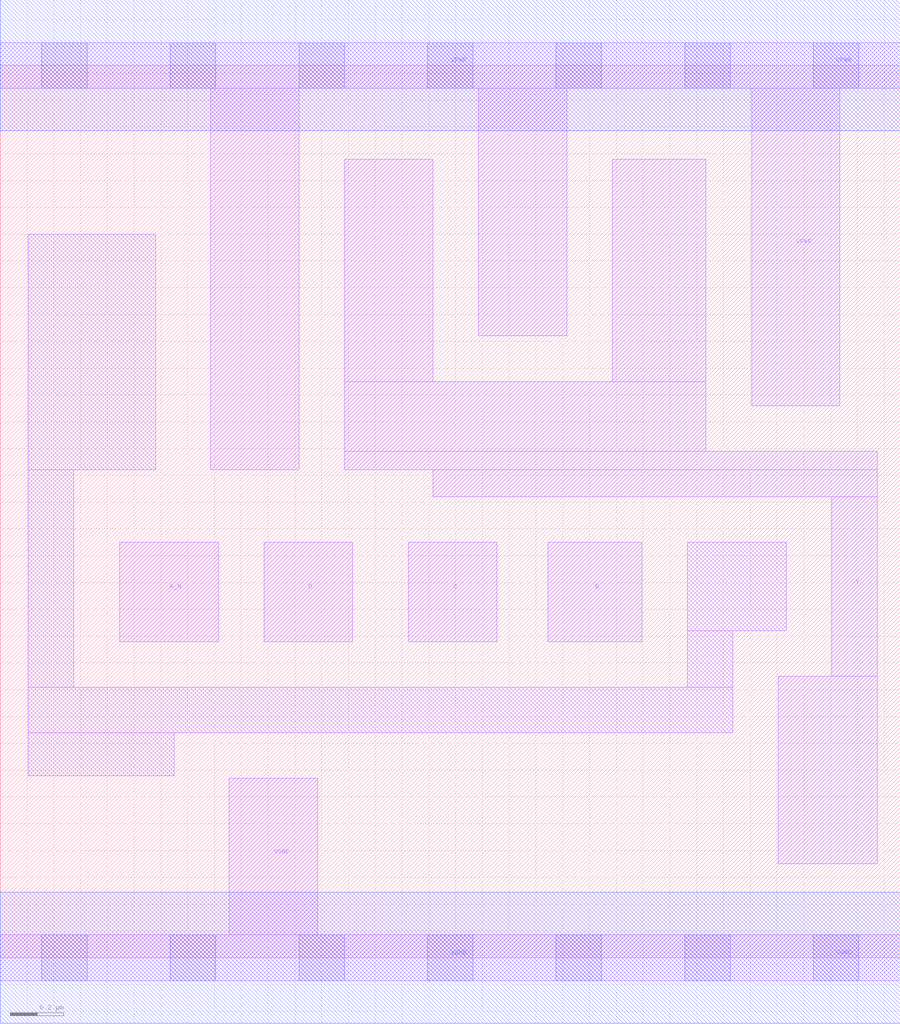
<source format=lef>
# Copyright 2020 The SkyWater PDK Authors
#
# Licensed under the Apache License, Version 2.0 (the "License");
# you may not use this file except in compliance with the License.
# You may obtain a copy of the License at
#
#     https://www.apache.org/licenses/LICENSE-2.0
#
# Unless required by applicable law or agreed to in writing, software
# distributed under the License is distributed on an "AS IS" BASIS,
# WITHOUT WARRANTIES OR CONDITIONS OF ANY KIND, either express or implied.
# See the License for the specific language governing permissions and
# limitations under the License.
#
# SPDX-License-Identifier: Apache-2.0

VERSION 5.7 ;
  NAMESCASESENSITIVE ON ;
  NOWIREEXTENSIONATPIN ON ;
  DIVIDERCHAR "/" ;
  BUSBITCHARS "[]" ;
UNITS
  DATABASE MICRONS 200 ;
END UNITS
MACRO sky130_fd_sc_ls__nand4b_1
  CLASS CORE ;
  SOURCE USER ;
  FOREIGN sky130_fd_sc_ls__nand4b_1 ;
  ORIGIN  0.000000  0.000000 ;
  SIZE  3.360000 BY  3.330000 ;
  SYMMETRY X Y ;
  SITE unit ;
  PIN A_N
    ANTENNAGATEAREA  0.208500 ;
    DIRECTION INPUT ;
    USE SIGNAL ;
    PORT
      LAYER li1 ;
        RECT 0.445000 1.180000 0.815000 1.550000 ;
    END
  END A_N
  PIN B
    ANTENNAGATEAREA  0.279000 ;
    DIRECTION INPUT ;
    USE SIGNAL ;
    PORT
      LAYER li1 ;
        RECT 2.045000 1.180000 2.395000 1.550000 ;
    END
  END B
  PIN C
    ANTENNAGATEAREA  0.279000 ;
    DIRECTION INPUT ;
    USE SIGNAL ;
    PORT
      LAYER li1 ;
        RECT 1.525000 1.180000 1.855000 1.550000 ;
    END
  END C
  PIN D
    ANTENNAGATEAREA  0.279000 ;
    DIRECTION INPUT ;
    USE SIGNAL ;
    PORT
      LAYER li1 ;
        RECT 0.985000 1.180000 1.315000 1.550000 ;
    END
  END D
  PIN Y
    ANTENNADIFFAREA  1.012400 ;
    DIRECTION OUTPUT ;
    USE SIGNAL ;
    PORT
      LAYER li1 ;
        RECT 1.285000 1.820000 3.275000 1.890000 ;
        RECT 1.285000 1.890000 2.635000 2.150000 ;
        RECT 1.285000 2.150000 1.615000 2.980000 ;
        RECT 1.615000 1.720000 3.275000 1.820000 ;
        RECT 2.285000 2.150000 2.635000 2.980000 ;
        RECT 2.905000 0.350000 3.275000 1.050000 ;
        RECT 3.105000 1.050000 3.275000 1.720000 ;
    END
  END Y
  PIN VGND
    DIRECTION INOUT ;
    SHAPE ABUTMENT ;
    USE GROUND ;
    PORT
      LAYER li1 ;
        RECT 0.000000 -0.085000 3.360000 0.085000 ;
        RECT 0.855000  0.085000 1.185000 0.670000 ;
      LAYER mcon ;
        RECT 0.155000 -0.085000 0.325000 0.085000 ;
        RECT 0.635000 -0.085000 0.805000 0.085000 ;
        RECT 1.115000 -0.085000 1.285000 0.085000 ;
        RECT 1.595000 -0.085000 1.765000 0.085000 ;
        RECT 2.075000 -0.085000 2.245000 0.085000 ;
        RECT 2.555000 -0.085000 2.725000 0.085000 ;
        RECT 3.035000 -0.085000 3.205000 0.085000 ;
      LAYER met1 ;
        RECT 0.000000 -0.245000 3.360000 0.245000 ;
    END
  END VGND
  PIN VPWR
    DIRECTION INOUT ;
    SHAPE ABUTMENT ;
    USE POWER ;
    PORT
      LAYER li1 ;
        RECT 0.000000 3.245000 3.360000 3.415000 ;
        RECT 0.785000 1.820000 1.115000 3.245000 ;
        RECT 1.785000 2.320000 2.115000 3.245000 ;
        RECT 2.805000 2.060000 3.135000 3.245000 ;
      LAYER mcon ;
        RECT 0.155000 3.245000 0.325000 3.415000 ;
        RECT 0.635000 3.245000 0.805000 3.415000 ;
        RECT 1.115000 3.245000 1.285000 3.415000 ;
        RECT 1.595000 3.245000 1.765000 3.415000 ;
        RECT 2.075000 3.245000 2.245000 3.415000 ;
        RECT 2.555000 3.245000 2.725000 3.415000 ;
        RECT 3.035000 3.245000 3.205000 3.415000 ;
      LAYER met1 ;
        RECT 0.000000 3.085000 3.360000 3.575000 ;
    END
  END VPWR
  OBS
    LAYER li1 ;
      RECT 0.105000 0.680000 0.650000 0.840000 ;
      RECT 0.105000 0.840000 2.735000 1.010000 ;
      RECT 0.105000 1.010000 0.275000 1.820000 ;
      RECT 0.105000 1.820000 0.580000 2.700000 ;
      RECT 2.565000 1.010000 2.735000 1.220000 ;
      RECT 2.565000 1.220000 2.935000 1.550000 ;
  END
END sky130_fd_sc_ls__nand4b_1

</source>
